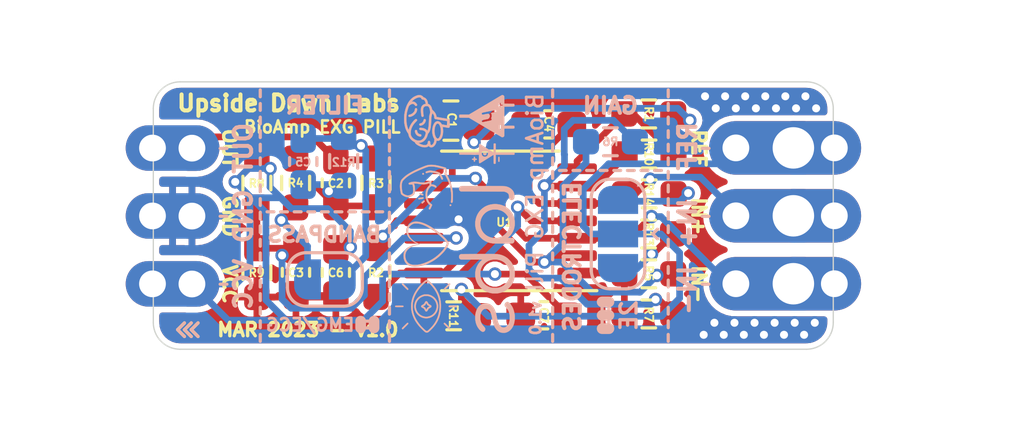
<source format=kicad_pcb>
(kicad_pcb (version 20211014) (generator pcbnew)
  (title_block (title "BioAmp EXG Pill") (date "2023-04-27") (rev "1.0") (company "Upside Down Labs") (comment 1 "Records EMG, ECG, EOG, and EEG") (comment 2 "5v compatible EXG Hardware") (comment 3 "Single chip Biopotential amplifier") (comment 4 "Quad-OpAmp based BioAmp"))
  (layers (0 "F.Cu" signal) (31 "B.Cu" signal) (34 "B.Paste" user) (35 "F.Paste" user) (36 "B.SilkS" user "B.Silkscreen") (37 "F.SilkS" user "F.Silkscreen") (38 "B.Mask" user) (39 "F.Mask" user) (44 "Edge.Cuts" user))
  (net 0 "")
  (net 1 "VCC")
  (net 2 "GND")
  (net 3 "bpfOUT")
  (net 4 "DRL")
  (net 5 "ampRef")
  (net 6 "inaOUT")
  (net 7 "IN+")
  (net 8 "IN-")
  (net 9 "Net-(JP1-Pad1)")
  (net 10 "bpfIN")
  (net 11 "Net-(JP2-Pad1)")
  (net 12 "Net-(C1-Pad2)")
  (net 13 "Net-(C3-Pad1)")
  (net 14 "Net-(JP2-Pad3)")
  (net 15 "Net-(R5-Pad1)")
  (net 16 "Net-(R2-Pad1)")
  (net 17 "Net-(R10-Pad2)")
  (footprint "Capacitor_SMD:C_0805_2012Metric_Pad1.18x1.45mm_HandSolder" (layer "F.Cu") (at 122.059 90.91)
    (fp_text reference "C1")
    (fp_text value "47uF")
  )
  (footprint "Capacitor_SMD:C_0603_1608Metric_Pad1.08x0.95mm_HandSolder" (layer "F.Cu") (at 117.759 93.24 -90)
    (fp_text reference "C2")
    (fp_text value "1nF")
  )
  (footprint "Capacitor_SMD:C_0603_1608Metric_Pad1.08x0.95mm_HandSolder" (layer "F.Cu") (at 116.2685 96.5835 -90)
    (fp_text reference "C3")
    (fp_text value "10uF")
  )
  (footprint "Connector_PinHeader_2.54mm:PinHeader_1x03_P2.54mm_Vertical" (layer "F.Cu") (at 132.7023 91.93)
    (fp_text reference "J2" hide)
    (fp_text value "BioAmp Input")
  )
  (footprint "Resistor_SMD:R_0603_1608Metric_Pad0.98x0.95mm_HandSolder" (layer "F.Cu") (at 119.259 96.59 -90)
    (fp_text reference "R2")
    (fp_text value "220K")
  )
  (footprint "Resistor_SMD:R_0603_1608Metric_Pad0.98x0.95mm_HandSolder" (layer "F.Cu") (at 129.449 96.64)
    (fp_text reference "R5")
    (fp_text value "22K")
  )
  (footprint "Resistor_SMD:R_0603_1608Metric_Pad0.98x0.95mm_HandSolder" (layer "F.Cu") (at 129.449 98.14 180)
    (fp_text reference "R7")
    (fp_text value "22K")
  )
  (footprint "Resistor_SMD:R_0603_1608Metric_Pad0.98x0.95mm_HandSolder" (layer "F.Cu") (at 129.459 92.16 180)
    (fp_text reference "R10")
    (fp_text value "220K")
  )
  (footprint "Resistor_SMD:R_0603_1608Metric_Pad0.98x0.95mm_HandSolder" (layer "F.Cu") (at 129.449 90.66 180)
    (fp_text reference "R1")
    (fp_text value "1K")
  )
  (footprint "Resistor_SMD:R_0603_1608Metric_Pad0.98x0.95mm_HandSolder" (layer "F.Cu") (at 119.259 93.24 -90)
    (fp_text reference "R3")
    (fp_text value "1M")
  )
  (footprint "Resistor_SMD:R_0603_1608Metric_Pad0.98x0.95mm_HandSolder" (layer "F.Cu") (at 114.808 93.2453 90)
    (fp_text reference "R8")
    (fp_text value "1M")
  )
  (footprint "Resistor_SMD:R_0603_1608Metric_Pad0.98x0.95mm_HandSolder" (layer "F.Cu") (at 114.808 96.5962 90)
    (fp_text reference "R9")
    (fp_text value "1M")
  )
  (footprint "Capacitor_SMD:C_0603_1608Metric_Pad1.08x0.95mm_HandSolder" (layer "F.Cu") (at 125.529 98.19)
    (fp_text reference "C7")
    (fp_text value "10uF")
  )
  (footprint "Capacitor_SMD:C_0603_1608Metric_Pad1.08x0.95mm_HandSolder" (layer "F.Cu") (at 117.759 96.59 90)
    (fp_text reference "C6")
    (fp_text value "100nF")
  )
  (footprint "Connector_PinHeader_2.54mm:PinHeader_1x03_P2.54mm_Vertical" (layer "F.Cu") (at 112.3828 91.94)
    (fp_text reference "J1" hide)
    (fp_text value "BioAmp Output")
  )
  (footprint "Resistor_SMD:R_0603_1608Metric_Pad0.98x0.95mm_HandSolder" (layer "F.Cu") (at 122.159 98.21 180)
    (fp_text reference "R11")
    (fp_text value "0R")
  )
  (footprint "Package_SO:TSSOP-14_4.4x5mm_P0.65mm" (layer "F.Cu") (at 123.909 94.66 180)
    (fp_text reference "U1")
    (fp_text value "Amp")
  )
  (footprint "Connector_PinHeader_2.54mm:PinHeader_1x03_P2.54mm_Vertical" (layer "F.Cu") (at 110.9091 91.9353)
    (fp_text reference "J1" hide)
    (fp_text value "BioAmp Output")
  )
  (footprint "Connector_PinHeader_2.54mm:PinHeader_1x03_P2.54mm_Vertical" (layer "F.Cu") (at 136.38 91.93)
    (fp_text reference "J2" hide)
    (fp_text value "BioAmp Input")
  )
  (footprint "Resistor_SMD:R_0603_1608Metric_Pad0.98x0.95mm_HandSolder" (layer "F.Cu") (at 129.4638 93.6498)
    (fp_text reference "R14")
    (fp_text value "1M")
  )
  (footprint "Resistor_SMD:R_0603_1608Metric_Pad0.98x0.95mm_HandSolder" (layer "F.Cu") (at 129.4403 95.1484 180)
    (fp_text reference "R13")
    (fp_text value "1M")
  )
  (footprint "Capacitor_SMD:C_0603_1608Metric_Pad1.08x0.95mm_HandSolder" (layer "F.Cu") (at 125.709 91.05 180)
    (fp_text reference "C4")
    (fp_text value "1nF")
  )
  (footprint "Connector_PinHeader_2.54mm:PinHeader_1x03_P2.54mm_Vertical" (layer "F.Cu") (at 134.85 91.93)
    (fp_text reference "J2" hide)
    (fp_text value "BioAmp Input")
  )
  (footprint "Resistor_SMD:R_0603_1608Metric_Pad0.98x0.95mm_HandSolder" (layer "F.Cu") (at 116.2558 93.2434 90)
    (fp_text reference "R4")
    (fp_text value "220K")
  )
  (footprint "Resistor_SMD:R_0603_1608Metric_Pad0.98x0.95mm_HandSolder" (layer "B.Cu") (at 128.016 91.7 180)
    (fp_text reference "R6")
    (fp_text value "RG")
  )
  (footprint "Jumper:SolderJumper-3_P1.3mm_Open_RoundedPad1.0x1.5mm" (layer "B.Cu") (at 128.3 95.15 90)
    (fp_text reference "JP2" hide)
    (fp_text value "SolderJumper_3_Open" hide)
  )
  (footprint "Capacitor_SMD:C_0603_1608Metric_Pad1.08x0.95mm_HandSolder" (layer "B.Cu") (at 116.54 92.44 -90)
    (fp_text reference "C5")
    (fp_text value "BPFC_C")
  )
  (footprint "Jumper:SolderJumper-2_P1.3mm_Open_RoundedPad1.0x1.5mm" (layer "B.Cu") (at 117.35 96.85)
    (fp_text reference "JP1" hide)
    (fp_text value "SolderJumper_2_Open" hide)
  )
  (footprint "Resistor_SMD:R_0603_1608Metric_Pad0.98x0.95mm_HandSolder" (layer "B.Cu") (at 118.05 92.4325 -90)
    (fp_text reference "R12")
    (fp_text value "BPFC_R")
  )
  (footprint "udlabs:EXG" (layer "B.Cu") (at 122.2 94.4 -90)
    (fp_text reference "U2" hide)
    (fp_text value "LOGO_UDLABS" hide)
  )
  (gr_line (start 112.1029 98.7298) (end 112.3569 98.4758) (layer "B.SilkS") (width 0.12))
  (gr_line (start 112.3569 98.9838) (end 112.1029 98.7298) (layer "B.SilkS") (width 0.12))
  (gr_line (start 111.8489 98.7298) (end 112.1029 98.4758) (layer "B.SilkS") (width 0.12))
  (gr_line (start 112.1029 98.9838) (end 111.8489 98.7298) (layer "B.SilkS") (width 0.12))
  (gr_line (start 112.6109 98.9838) (end 112.3569 98.7298) (layer "B.SilkS") (width 0.12))
  (gr_line (start 112.3569 98.7298) (end 112.6109 98.4758) (layer "B.SilkS") (width 0.12))
  (gr_line (start 114.935 89.7636) (end 114.935 90.0176) (layer "B.SilkS") (width 0.12))
  (gr_line (start 114.935 90.7796) (end 114.935 91.0336) (layer "B.SilkS") (width 0.12))
  (gr_line (start 114.935 90.2716) (end 114.935 90.5256) (layer "B.SilkS") (width 0.12))
  (gr_line (start 114.935 91.7956) (end 114.935 92.0496) (layer "B.SilkS") (width 0.12))
  (gr_line (start 114.935 91.2876) (end 114.935 91.5416) (layer "B.SilkS") (width 0.12))
  (gr_line (start 114.935 92.8116) (end 114.935 93.0656) (layer "B.SilkS") (width 0.12))
  (gr_line (start 114.935 92.3036) (end 114.935 92.5576) (layer "B.SilkS") (width 0.12))
  (gr_line (start 114.935 93.8276) (end 114.935 94.0816) (layer "B.SilkS") (width 0.12))
  (gr_line (start 114.935 95.8596) (end 114.935 96.1136) (layer "B.SilkS") (width 0.12))
  (gr_line (start 114.935 95.3516) (end 114.935 95.6056) (layer "B.SilkS") (width 0.12))
  (gr_line (start 114.935 96.8756) (end 114.935 97.1296) (layer "B.SilkS") (width 0.12))
  (gr_line (start 114.935 93.3196) (end 114.935 93.5736) (layer "B.SilkS") (width 0.12))
  (gr_line (start 114.935 96.3676) (end 114.935 96.6216) (layer "B.SilkS") (width 0.12))
  (gr_line (start 114.935 94.8436) (end 114.935 95.0976) (layer "B.SilkS") (width 0.12))
  (gr_line (start 114.935 94.3356) (end 114.935 94.5896) (layer "B.SilkS") (width 0.12))
  (gr_line (start 114.935 97.3836) (end 114.935 97.6376) (layer "B.SilkS") (width 0.12))
  (gr_line (start 114.935 98.3996) (end 114.935 98.6536) (layer "B.SilkS") (width 0.12))
  (gr_line (start 114.935 98.9076) (end 114.935 99.1616) (layer "B.SilkS") (width 0.12))
  (gr_line (start 114.935 97.8916) (end 114.935 98.1456) (layer "B.SilkS") (width 0.12))
  (gr_line (start 113.4364 97.028) (end 113.6904 97.028) (layer "B.SilkS") (width 0.12))
  (gr_line (start 113.4364 94.488) (end 113.6904 94.488) (layer "B.SilkS") (width 0.12))
  (gr_line (start 113.4364 91.948) (end 113.6904 91.948) (layer "B.SilkS") (width 0.12))
  (gr_line (start 131.445 97.028) (end 131.699 97.028) (layer "B.SilkS") (width 0.12))
  (gr_line (start 131.445 94.488) (end 131.699 94.488) (layer "B.SilkS") (width 0.12))
  (gr_line (start 131.445 91.948) (end 131.699 91.948) (layer "B.SilkS") (width 0.12))
  (gr_line (start 130.175 89.7636) (end 130.175 90.0176) (layer "B.SilkS") (width 0.12))
  (gr_line (start 130.175 97.3836) (end 130.175 97.6376) (layer "B.SilkS") (width 0.12))
  (gr_line (start 130.175 91.7956) (end 130.175 92.0496) (layer "B.SilkS") (width 0.12))
  (gr_line (start 130.175 93.3196) (end 130.175 93.5736) (layer "B.SilkS") (width 0.12))
  (gr_line (start 130.175 91.2876) (end 130.175 91.5416) (layer "B.SilkS") (width 0.12))
  (gr_line (start 130.175 98.9076) (end 130.175 99.1616) (layer "B.SilkS") (width 0.12))
  (gr_line (start 130.175 92.8116) (end 130.175 93.0656) (layer "B.SilkS") (width 0.12))
  (gr_line (start 130.175 94.8436) (end 130.175 95.0976) (layer "B.SilkS") (width 0.12))
  (gr_line (start 130.175 96.8756) (end 130.175 97.1296) (layer "B.SilkS") (width 0.12))
  (gr_line (start 130.175 95.8596) (end 130.175 96.1136) (layer "B.SilkS") (width 0.12))
  (gr_line (start 130.175 98.3996) (end 130.175 98.6536) (layer "B.SilkS") (width 0.12))
  (gr_line (start 130.175 93.8276) (end 130.175 94.0816) (layer "B.SilkS") (width 0.12))
  (gr_line (start 130.175 96.3676) (end 130.175 96.6216) (layer "B.SilkS") (width 0.12))
  (gr_line (start 130.175 92.3036) (end 130.175 92.5576) (layer "B.SilkS") (width 0.12))
  (gr_line (start 130.175 97.8916) (end 130.175 98.1456) (layer "B.SilkS") (width 0.12))
  (gr_line (start 130.175 90.7796) (end 130.175 91.0336) (layer "B.SilkS") (width 0.12))
  (gr_line (start 130.175 90.2716) (end 130.175 90.5256) (layer "B.SilkS") (width 0.12))
  (gr_line (start 130.175 94.3356) (end 130.175 94.5896) (layer "B.SilkS") (width 0.12))
  (gr_line (start 130.175 95.3516) (end 130.175 95.6056) (layer "B.SilkS") (width 0.12))
  (gr_line (start 119.761 89.7636) (end 119.761 90.0176) (layer "B.SilkS") (width 0.12))
  (gr_line (start 119.761 97.3836) (end 119.761 97.6376) (layer "B.SilkS") (width 0.12))
  (gr_line (start 119.761 91.7956) (end 119.761 92.0496) (layer "B.SilkS") (width 0.12))
  (gr_line (start 119.761 93.3196) (end 119.761 93.5736) (layer "B.SilkS") (width 0.12))
  (gr_line (start 119.761 91.2876) (end 119.761 91.5416) (layer "B.SilkS") (width 0.12))
  (gr_line (start 119.761 98.9076) (end 119.761 99.1616) (layer "B.SilkS") (width 0.12))
  (gr_line (start 119.761 92.8116) (end 119.761 93.0656) (layer "B.SilkS") (width 0.12))
  (gr_line (start 119.761 94.8436) (end 119.761 95.0976) (layer "B.SilkS") (width 0.12))
  (gr_line (start 119.761 96.8756) (end 119.761 97.1296) (layer "B.SilkS") (width 0.12))
  (gr_line (start 119.761 95.8596) (end 119.761 96.1136) (layer "B.SilkS") (width 0.12))
  (gr_line (start 119.761 98.3996) (end 119.761 98.6536) (layer "B.SilkS") (width 0.12))
  (gr_line (start 119.761 93.8276) (end 119.761 94.0816) (layer "B.SilkS") (width 0.12))
  (gr_line (start 119.761 96.3676) (end 119.761 96.6216) (layer "B.SilkS") (width 0.12))
  (gr_line (start 119.761 92.3036) (end 119.761 92.5576) (layer "B.SilkS") (width 0.12))
  (gr_line (start 119.761 97.8916) (end 119.761 98.1456) (layer "B.SilkS") (width 0.12))
  (gr_line (start 119.761 90.7796) (end 119.761 91.0336) (layer "B.SilkS") (width 0.12))
  (gr_line (start 119.761 90.2716) (end 119.761 90.5256) (layer "B.SilkS") (width 0.12))
  (gr_line (start 119.761 94.3356) (end 119.761 94.5896) (layer "B.SilkS") (width 0.12))
  (gr_line (start 119.761 95.3516) (end 119.761 95.6056) (layer "B.SilkS") (width 0.12))
  (gr_line (start 125.857 89.7636) (end 125.857 90.0176) (layer "B.SilkS") (width 0.12))
  (gr_line (start 125.857 97.3836) (end 125.857 97.6376) (layer "B.SilkS") (width 0.12))
  (gr_line (start 125.857 91.7956) (end 125.857 92.0496) (layer "B.SilkS") (width 0.12))
  (gr_line (start 125.857 93.3196) (end 125.857 93.5736) (layer "B.SilkS") (width 0.12))
  (gr_line (start 125.857 91.2876) (end 125.857 91.5416) (layer "B.SilkS") (width 0.12))
  (gr_line (start 125.857 98.9076) (end 125.857 99.1616) (layer "B.SilkS") (width 0.12))
  (gr_line (start 125.857 92.8116) (end 125.857 93.0656) (layer "B.SilkS") (width 0.12))
  (gr_line (start 125.857 94.8436) (end 125.857 95.0976) (layer "B.SilkS") (width 0.12))
  (gr_line (start 125.857 96.8756) (end 125.857 97.1296) (layer "B.SilkS") (width 0.12))
  (gr_line (start 125.857 95.8596) (end 125.857 96.1136) (layer "B.SilkS") (width 0.12))
  (gr_line (start 125.857 98.3996) (end 125.857 98.6536) (layer "B.SilkS") (width 0.12))
  (gr_line (start 125.857 93.8276) (end 125.857 94.0816) (layer "B.SilkS") (width 0.12))
  (gr_line (start 125.857 96.3676) (end 125.857 96.6216) (layer "B.SilkS") (width 0.12))
  (gr_line (start 125.857 92.3036) (end 125.857 92.5576) (layer "B.SilkS") (width 0.12))
  (gr_line (start 125.857 97.8916) (end 125.857 98.1456) (layer "B.SilkS") (width 0.12))
  (gr_line (start 125.857 90.7796) (end 125.857 91.0336) (layer "B.SilkS") (width 0.12))
  (gr_line (start 125.857 90.2716) (end 125.857 90.5256) (layer "B.SilkS") (width 0.12))
  (gr_line (start 125.857 94.3356) (end 125.857 94.5896) (layer "B.SilkS") (width 0.12))
  (gr_line (start 125.857 95.3516) (end 125.857 95.6056) (layer "B.SilkS") (width 0.12))
  (gr_line (start 118.6851 98.6637) (end 118.6851 98.4097) (layer "B.SilkS") (width 0.4))
  (gr_line (start 115.189 94.3205) (end 115.443 94.3205) (layer "B.SilkS") (width 0.12))
  (gr_line (start 118.237 94.3205) (end 118.491 94.3205) (layer "B.SilkS") (width 0.12))
  (gr_line (start 116.713 94.3205) (end 116.967 94.3205) (layer "B.SilkS") (width 0.12))
  (gr_line (start 117.729 94.3205) (end 117.983 94.3205) (layer "B.SilkS") (width 0.12))
  (gr_line (start 119.253 94.3205) (end 119.507 94.3205) (layer "B.SilkS") (width 0.12))
  (gr_line (start 118.745 94.3205) (end 118.999 94.3205) (layer "B.SilkS") (width 0.12))
  (gr_line (start 117.221 94.3205) (end 117.475 94.3205) (layer "B.SilkS") (width 0.12))
  (gr_line (start 115.697 94.3205) (end 115.951 94.3205) (layer "B.SilkS") (width 0.12))
  (gr_line (start 116.205 94.3205) (end 116.459 94.3205) (layer "B.SilkS") (width 0.12))
  (gr_line (start 128.143 92.7735) (end 128.397 92.7735) (layer "B.SilkS") (width 0.12))
  (gr_line (start 127.127 92.7735) (end 127.381 92.7735) (layer "B.SilkS") (width 0.12))
  (gr_line (start 126.619 92.7735) (end 126.873 92.7735) (layer "B.SilkS") (width 0.12))
  (gr_line (start 129.667 92.7735) (end 129.921 92.7735) (layer "B.SilkS") (width 0.12))
  (gr_line (start 127.635 92.7735) (end 127.889 92.7735) (layer "B.SilkS") (width 0.12))
  (gr_line (start 128.651 92.7735) (end 128.905 92.7735) (layer "B.SilkS") (width 0.12))
  (gr_line (start 129.159 92.7735) (end 129.413 92.7735) (layer "B.SilkS") (width 0.12))
  (gr_line (start 126.111 92.7735) (end 126.365 92.7735) (layer "B.SilkS") (width 0.12))
  (gr_line (start 127.706 97.69) (end 127.96 97.69) (layer "B.SilkS") (width 0.4))
  (gr_line (start 127.706 98.19) (end 127.96 98.19) (layer "B.SilkS") (width 0.4))
  (gr_line (start 127.706 98.69) (end 127.96 98.69) (layer "B.SilkS") (width 0.4))
  (gr_line (start 127.706 97.69) (end 127.706 98.19) (layer "B.SilkS") (width 0.12))
  (gr_line (start 127.706 98.19) (end 127.706 98.69) (layer "B.SilkS") (width 0.12))
  (gr_line (start 127.96 97.69) (end 127.96 98.19) (layer "B.SilkS") (width 0.12))
  (gr_line (start 127.96 98.19) (end 127.96 98.69) (layer "B.SilkS") (width 0.12))
  (gr_line (start 119.1851 98.6637) (end 119.1851 98.4097) (layer "B.SilkS") (width 0.4))
  (gr_line (start 118.6851 98.6637) (end 119.1851 98.6637) (layer "B.SilkS") (width 0.12))
  (gr_line (start 119.1851 98.4097) (end 118.6851 98.4097) (layer "B.SilkS") (width 0.12))
  (gr_line (start 129.596 95.15) (end 129.775605 94.970395) (layer "B.SilkS") (width 0.12))
  (gr_line (start 129.775605 95.329605) (end 129.596 95.15) (layer "B.SilkS") (width 0.12))
  (gr_line (start 112.1029 98.7298) (end 112.3569 98.9838) (layer "F.SilkS") (width 0.12))
  (gr_line (start 111.8489 98.7298) (end 112.1029 98.9838) (layer "F.SilkS") (width 0.12))
  (gr_line (start 112.3569 98.7298) (end 112.6109 98.9838) (layer "F.SilkS") (width 0.12))
  (gr_line (start 112.1029 98.4758) (end 111.8489 98.7298) (layer "F.SilkS") (width 0.12))
  (gr_line (start 112.3569 98.4758) (end 112.1029 98.7298) (layer "F.SilkS") (width 0.12))
  (gr_line (start 112.6109 98.4758) (end 112.3569 98.7298) (layer "F.SilkS") (width 0.12))
  (gr_arc (start 136.34 98.46) (mid 136.047107 99.167107) (end 135.34 99.46) (layer "Edge.Cuts") (width 0.05))
  (gr_arc (start 135.34 89.46) (mid 136.047107 89.752893) (end 136.34 90.46) (layer "Edge.Cuts") (width 0.05))
  (gr_arc (start 111.94 99.46) (mid 111.232893 99.167107) (end 110.94 98.46) (layer "Edge.Cuts") (width 0.05))
  (gr_line (start 136.34 90.46) (end 136.34 98.46) (layer "Edge.Cuts") (width 0.05))
  (gr_line (start 110.94 98.46) (end 110.94 90.46) (layer "Edge.Cuts") (width 0.05))
  (gr_line (start 111.94 99.46) (end 135.34 99.46) (layer "Edge.Cuts") (width 0.05))
  (gr_line (start 111.94 89.46) (end 135.34 89.46) (layer "Edge.Cuts") (width 0.05))
  (gr_arc (start 110.94 90.46) (mid 111.232893 89.752893) (end 111.94 89.46) (layer "Edge.Cuts") (width 0.05))
  (gr_text "v1.0" (at 125.222 98.298 90) (layer "B.SilkS") (effects (font (size 0.4 0.4) (thickness 0.1)) (justify mirror)))
  (gr_text "IN+" (at 130.8989 94.742 90) (layer "B.SilkS") (effects (font (size 0.65 0.65)) (justify mirror)))
  (gr_text "IN-" (at 130.8989 97.2566 90) (layer "B.SilkS") (effects (font (size 0.65 0.65)) (justify mirror)))
  (gr_text "OUT" (at 114.3 91.948 90) (layer "B.SilkS") (effects (font (size 0.65 0.65)) (justify mirror)))
  (gr_text "GND" (at 114.3 94.488 90) (layer "B.SilkS") (effects (font (size 0.65 0.65)) (justify mirror)))
  (gr_text "VCC" (at 114.3 97.028 90) (layer "B.SilkS") (effects (font (size 0.65 0.65)) (justify mirror)))
  (gr_text "FILTER" (at 117.348 90.3446) (layer "B.SilkS") (effects (font (size 0.6 0.6)) (justify mirror)))
  (gr_text "GAIN" (at 128.016 90.35) (layer "B.SilkS") (effects (font (size 0.6 0.6)) (justify mirror)))
  (gr_text "BANDPASS" (at 117.325 95.17) (layer "B.SilkS") (effects (font (size 0.55 0.55) (thickness 0.1375)) (justify mirror)))
  (gr_text "EMG/ECG" (at 116.8 98.55) (layer "B.SilkS") (effects (font (size 0.47 0.47) (thickness 0.1)) (justify mirror)))
  (gr_text "2E" (at 128.7 98.2 90) (layer "B.SilkS") (effects (font (size 0.6 0.6) (thickness 0.125)) (justify mirror)))
  (gr_text "ELECTRODES" (at 126.6 96 90) (layer "B.SilkS") (effects (font (size 0.6 0.6)) (justify mirror)))
  (gr_text "BioAmp EXG Pill" (at 125.1966 93.599 90) (layer "B.SilkS") (effects (font (size 0.6 0.6) (thickness 0.1)) (justify mirror)))
  (gr_text "REF" (at 130.8989 91.8845 90) (layer "B.SilkS") (effects (font (size 0.65 0.65)) (justify mirror)))
  (gr_text "OUT" (at 113.792 91.948 -90) (layer "F.SilkS") (effects (font (size 0.5 0.5) (thickness 0.125))))
  (gr_text "GND" (at 113.792 94.488 -90) (layer "F.SilkS") (effects (font (size 0.5 0.5) (thickness 0.125))))
  (gr_text "VCC" (at 113.792 97.028 -90) (layer "F.SilkS") (effects (font (size 0.5 0.5) (thickness 0.125))))
  (gr_text "IN-" (at 131.318 97.028 270) (layer "F.SilkS") (effects (font (size 0.5 0.5) (thickness 0.125))))
  (gr_text "IN+" (at 131.318 94.488 270) (layer "F.SilkS") (effects (font (size 0.5 0.5) (thickness 0.125))))
  (gr_text "REF" (at 131.318 91.948 270) (layer "F.SilkS") (effects (font (size 0.5 0.5) (thickness 0.125))))
  (gr_text "MAR 2023 - v1.0" (at 116.713 98.7298) (layer "F.SilkS") (effects (font (size 0.5 0.5) (thickness 0.125))))
  (gr_text "Upside Down Labs" (at 115.9955 90.26) (layer "F.SilkS") (effects (font (size 0.6 0.6))))
  (gr_text "BioAmp EXG PILL" (at 117.25 91.15) (layer "F.SilkS") (effects (font (size 0.45 0.45) (thickness 0.1))))
  (segment (start 118.3 95.65) (end 117.8365 95.65) (width 0.25) (layer "F.Cu") (net 1))
  (segment (start 114.808 92.392) (end 114 93.2) (width 0.25) (layer "F.Cu") (net 1))
  (segment (start 126.3915 98.19) (end 124.8515 96.65) (width 0.25) (layer "F.Cu") (net 1))
  (segment (start 114.9328 92.3328) (end 115.3 92.7) (width 0.25) (layer "F.Cu") (net 1))
  (segment (start 114.808 92.3328) (end 114.9328 92.3328) (width 0.25) (layer "F.Cu") (net 1))
  (segment (start 126.7715 94.66) (end 125.06 94.66) (width 0.25) (layer "F.Cu") (net 1))
  (segment (start 124.8515 96.65) (end 123.7 96.65) (width 0.25) (layer "F.Cu") (net 1))
  (segment (start 125.06 94.66) (end 124.55 94.15) (width 0.25) (layer "F.Cu") (net 1))
  (segment (start 114.808 92.3328) (end 114.808 92.392) (width 0.25) (layer "F.Cu") (net 1))
  (segment (start 117.8365 95.65) (end 117.759 95.7275) (width 0.25) (layer "F.Cu") (net 1))
  (via (at 123.7 96.65) (size 0.5) (drill 0.3) (layers "F.Cu" "B.Cu") (net 1))
  (via (at 115.3 92.7) (size 0.5) (drill 0.3) (layers "F.Cu" "B.Cu") (net 1))
  (via (at 118.3 95.65) (size 0.5) (drill 0.3) (layers "F.Cu" "B.Cu") (net 1))
  (via (at 124.55 94.15) (size 0.5) (drill 0.3) (layers "F.Cu" "B.Cu") (net 1))
  (via (at 114 93.2) (size 0.5) (drill 0.3) (layers "F.Cu" "B.Cu") (net 1))
  (segment (start 115.14812 94.34812) (end 114.59551 93.79551) (width 0.25) (layer "B.Cu") (net 1))
  (segment (start 118.3 95.05) (end 118.3 95.65) (width 0.25) (layer "B.Cu") (net 1))
  (segment (start 123.7 96.65) (end 122.75 96.65) (width 0.25) (layer "B.Cu") (net 1))
  (segment (start 114.55 93.75) (end 114 93.2) (width 0.25) (layer "B.Cu") (net 1))
  (segment (start 117.45 94.2) (end 118.3 95.05) (width 0.25) (layer "B.Cu") (net 1))
  (segment (start 115.7 93.79551) (end 115.902245 93.997755) (width 0.25) (layer "B.Cu") (net 1))
  (segment (start 114.5 92.7) (end 114 93.2) (width 0.25) (layer "B.Cu") (net 1))
  (segment (start 115.901019 98.375019) (end 115.14812 97.62212) (width 0.25) (layer "B.Cu") (net 1))
  (segment (start 114.03 97.02) (end 114.55 96.5) (width 0.25) (layer "B.Cu") (net 1))
  (segment (start 118.794981 98.375019) (end 116.175271 98.375019) (width 0.25) (layer "B.Cu") (net 1))
  (segment (start 113.737819 98.375019) (end 112.3828 97.02) (width 0.25) (layer "B.Cu") (net 1))
  (segment (start 115.3 92.7) (end 115.3 93.39551) (width 0.25) (layer "B.Cu") (net 1))
  (segment (start 119.6 96.65) (end 119.507 96.743) (width 0.25) (layer "B.Cu") (net 1))
  (segment (start 115.3 93.39551) (end 115.902245 93.997755) (width 0.25) (layer "B.Cu") (net 1))
  (segment (start 119.507 97.663) (end 118.794981 98.375019) (width 0.25) (layer "B.Cu") (net 1))
  (segment (start 115.902245 93.997755) (end 116.10449 94.2) (width 0.25) (layer "B.Cu") (net 1))
  (segment (start 124.55 94.15) (end 124.55 94.85) (width 0.25) (layer "B.Cu") (net 1))
  (segment (start 115.7 93.79551) (end 114.59551 93.79551) (width 0.25) (layer "B.Cu") (net 1))
  (segment (start 114.55 96.5) (end 114.55 93.75) (width 0.25) (layer "B.Cu") (net 1))
  (segment (start 112.3828 97.02) (end 114.03 97.02) (width 0.25) (layer "B.Cu") (net 1))
  (segment (start 116.175271 98.375019) (end 115.901019 98.375019) (width 0.25) (layer "B.Cu") (net 1))
  (segment (start 115.3 92.7) (end 114.5 92.7) (width 0.25) (layer "B.Cu") (net 1))
  (segment (start 116.175271 98.375019) (end 113.737819 98.375019) (width 0.25) (layer "B.Cu") (net 1))
  (segment (start 115.14812 97.62212) (end 115.14812 94.34812) (width 0.25) (layer "B.Cu") (net 1))
  (segment (start 116.10449 94.2) (end 117.45 94.2) (width 0.25) (layer "B.Cu") (net 1))
  (segment (start 124.55 94.85) (end 122.75 96.65) (width 0.25) (layer "B.Cu") (net 1))
  (segment (start 119.507 96.743) (end 119.507 97.663) (width 0.25) (layer "B.Cu") (net 1))
  (segment (start 122.75 96.65) (end 119.6 96.65) (width 0.25) (layer "B.Cu") (net 1))
  (segment (start 114.59551 93.79551) (end 114 93.2) (width 0.25) (layer "B.Cu") (net 1))
  (segment (start 114.808 97.5087) (end 117.7028 97.5087) (width 0.25) (layer "F.Cu") (net 2))
  (segment (start 122.285461 94.66) (end 122.343575 94.601886) (width 0.25) (layer "F.Cu") (net 2))
  (segment (start 117.7028 97.5087) (end 117.759 97.4525) (width 0.25) (layer "F.Cu") (net 2))
  (segment (start 121.0465 94.66) (end 122.285461 94.66) (width 0.25) (layer "F.Cu") (net 2))
  (via (at 131.95 90.45) (size 0.5) (drill 0.3) (layers "F.Cu" "B.Cu") (net 2))
  (via (at 132.7 90.45) (size 0.5) (drill 0.3) (layers "F.Cu" "B.Cu") (net 2))
  (via (at 133.45 90.45) (size 0.5) (drill 0.3) (layers "F.Cu" "B.Cu") (net 2))
  (via (at 134.2 90.45) (size 0.5) (drill 0.3) (layers "F.Cu" "B.Cu") (net 2))
  (via (at 134.95 90.45) (size 0.5) (drill 0.3) (layers "F.Cu" "B.Cu") (net 2))
  (via (at 135.7 90.45) (size 0.5) (drill 0.3) (layers "F.Cu" "B.Cu") (net 2))
  (via (at 132.3 90) (size 0.5) (drill 0.3) (layers "F.Cu" "B.Cu") (net 2))
  (via (at 135.3 90) (size 0.5) (drill 0.3) (layers "F.Cu" "B.Cu") (net 2))
  (via (at 134.55 90) (size 0.5) (drill 0.3) (layers "F.Cu" "B.Cu") (net 2))
  (via (at 131.55 90) (size 0.5) (drill 0.3) (layers "F.Cu" "B.Cu") (net 2))
  (via (at 133.05 90) (size 0.5) (drill 0.3) (layers "F.Cu" "B.Cu") (net 2))
  (via (at 133.8 90) (size 0.5) (drill 0.3) (layers "F.Cu" "B.Cu") (net 2))
  (via (at 135.25 98.92) (size 0.5) (drill 0.3) (layers "F.Cu" "B.Cu") (net 2))
  (via (at 133 98.92) (size 0.5) (drill 0.3) (layers "F.Cu" "B.Cu") (net 2))
  (via (at 132.65 98.47) (size 0.5) (drill 0.3) (layers "F.Cu" "B.Cu") (net 2))
  (via (at 135.65 98.47) (size 0.5) (drill 0.3) (layers "F.Cu" "B.Cu") (net 2))
  (via (at 132.25 98.92) (size 0.5) (drill 0.3) (layers "F.Cu" "B.Cu") (net 2))
  (via (at 134.9 98.47) (size 0.5) (drill 0.3) (layers "F.Cu" "B.Cu") (net 2))
  (via (at 131.5 98.92) (size 0.5) (drill 0.3) (layers "F.Cu" "B.Cu") (net 2))
  (via (at 131.9 98.47) (size 0.5) (drill 0.3) (layers "F.Cu" "B.Cu") (net 2))
  (via (at 133.4 98.47) (size 0.5) (drill 0.3) (layers "F.Cu" "B.Cu") (net 2))
  (via (at 134.5 98.92) (size 0.5) (drill 0.3) (layers "F.Cu" "B.Cu") (net 2))
  (via (at 134.15 98.47) (size 0.5) (drill 0.3) (layers "F.Cu" "B.Cu") (net 2))
  (via (at 133.75 98.92) (size 0.5) (drill 0.3) (layers "F.Cu" "B.Cu") (net 2))
  (via (at 122.343575 94.601886) (size 0.5) (drill 0.3) (layers "F.Cu" "B.Cu") (net 2))
  (segment (start 111.32601 91.51839) (end 111.29001 91.55439) (width 0.25) (layer "F.Cu") (net 3))
  (segment (start 116.89989 91.51839) (end 111.32601 91.51839) (width 0.25) (layer "F.Cu") (net 3))
  (segment (start 119.259 92.3275) (end 120.664 92.3275) (width 0.25) (layer "F.Cu") (net 3))
  (segment (start 118.7 91.85) (end 118.7815 91.85) (width 0.25) (layer "F.Cu") (net 3))
  (segment (start 119.209 92.3775) (end 119.259 92.3275) (width 0.25) (layer "F.Cu") (net 3))
  (segment (start 120.664 92.3275) (end 121.0465 92.71) (width 0.25) (layer "F.Cu") (net 3))
  (segment (start 117.759 92.3775) (end 119.209 92.3775) (width 0.25) (layer "F.Cu") (net 3))
  (segment (start 118.7815 91.85) (end 119.259 92.3275) (width 0.25) (layer "F.Cu") (net 3))
  (segment (start 117.759 92.3775) (end 116.89989 91.51839) (width 0.25) (layer "F.Cu") (net 3))
  (via (at 118.7 91.85) (size 0.5) (drill 0.3) (layers "F.Cu" "B.Cu") (net 3))
  (segment (start 118.875001 92.025001) (end 118.7 91.85) (width 0.25) (layer "B.Cu") (net 3))
  (segment (start 117.9925 91.5775) (end 118.05 91.52) (width 0.25) (layer "B.Cu") (net 3))
  (segment (start 118.875001 95.974999) (end 118.875001 92.025001) (width 0.25) (layer "B.Cu") (net 3))
  (segment (start 118 96.85) (end 118.875001 95.974999) (width 0.25) (layer "B.Cu") (net 3))
  (segment (start 118.38 91.85) (end 118.05 91.52) (width 0.25) (layer "B.Cu") (net 3))
  (segment (start 116.54 91.5775) (end 117.9925 91.5775) (width 0.25) (layer "B.Cu") (net 3))
  (segment (start 118.7 91.85) (end 118.38 91.85) (width 0.25) (layer "B.Cu") (net 3))
  (segment (start 122.45 97.5885) (end 123.0715 98.21) (width 0.25) (layer "F.Cu") (net 4))
  (segment (start 122.45 97.225) (end 122.45 97.5885) (width 0.25) (layer "F.Cu") (net 4))
  (via (at 122.45 97.225) (size 0.5) (drill 0.3) (layers "F.Cu" "B.Cu") (net 4))
  (segment (start 127 94.85) (end 127 93.472) (width 0.25) (layer "B.Cu") (net 4))
  (segment (start 129.9 95.15) (end 130.6 95.85) (width 0.25) (layer "B.Cu") (net 4))
  (segment (start 128.3 95.15) (end 129.9 95.15) (width 0.25) (layer "B.Cu") (net 4))
  (segment (start 127.3 95.15) (end 127 94.85) (width 0.25) (layer "B.Cu") (net 4))
  (segment (start 128.3 95.15) (end 127.3 95.15) (width 0.25) (layer "B.Cu") (net 4))
  (segment (start 130.6 97.551002) (end 129.925973 98.225029) (width 0.25) (layer "B.Cu") (net 4))
  (segment (start 132.1073 92.525) (end 132.7023 91.93) (width 0.25) (layer "B.Cu") (net 4))
  (segment (start 127.947 92.525) (end 132.1073 92.525) (width 0.25) (layer "B.Cu") (net 4))
  (segment (start 123.450029 98.225029) (end 122.45 97.225) (width 0.25) (layer "B.Cu") (net 4))
  (segment (start 130.6 95.85) (end 130.6 97.551002) (width 0.25) (layer "B.Cu") (net 4))
  (segment (start 127 93.472) (end 127.947 92.525) (width 0.25) (layer "B.Cu") (net 4))
  (segment (start 129.925973 98.225029) (end 123.450029 98.225029) (width 0.25) (layer "B.Cu") (net 4))
  (segment (start 121.0465 98.01) (end 121.2465 98.21) (width 0.25) (layer "F.Cu") (net 5))
  (segment (start 121.0465 96.61) (end 121.791002 96.61) (width 0.25) (layer "F.Cu") (net 5))
  (segment (start 121.791002 96.61) (end 122.441002 95.96) (width 0.25) (layer "F.Cu") (net 5))
  (segment (start 122.441002 95.96) (end 121.0465 95.96) (width 0.25) (layer "F.Cu") (net 5))
  (segment (start 122.708081 94.01) (end 123.064222 94.366141) (width 0.25) (layer "F.Cu") (net 5))
  (segment (start 123.064222 95.33678) (end 122.441002 95.96) (width 0.25) (layer "F.Cu") (net 5))
  (segment (start 123.064222 94.366141) (end 123.064222 95.33678) (width 0.25) (layer "F.Cu") (net 5))
  (segment (start 121.0465 96.61) (end 120.1515 96.61) (width 0.25) (layer "F.Cu") (net 5))
  (segment (start 121.0465 96.61) (end 121.0465 98.01) (width 0.25) (layer "F.Cu") (net 5))
  (segment (start 120.1515 96.61) (end 119.259 97.5025) (width 0.25) (layer "F.Cu") (net 5))
  (segment (start 121.0465 94.01) (end 122.708081 94.01) (width 0.25) (layer "F.Cu") (net 5))
  (segment (start 126.7715 92.425) (end 128.5365 90.66) (width 0.25) (layer "F.Cu") (net 6))
  (segment (start 128.8715 90.66) (end 130.3715 92.16) (width 0.25) (layer "F.Cu") (net 6))
  (segment (start 126.7715 92.71) (end 126.7715 92.425) (width 0.25) (layer "F.Cu") (net 6))
  (segment (start 128.5365 90.66) (end 128.8715 90.66) (width 0.25) (layer "F.Cu") (net 6))
  (segment (start 128.5513 93.6498) (end 128.9502 93.6498) (width 0.25) (layer "F.Cu") (net 7))
  (segment (start 126.7715 94.01) (end 128.1911 94.01) (width 0.25) (layer "F.Cu") (net 7))
  (segment (start 125.358998 94.01) (end 126.7715 94.01) (width 0.25) (layer "F.Cu") (net 7))
  (segment (start 124.974999 92.646501) (end 124.974999 93.626001) (width 0.25) (layer "F.Cu") (net 7))
  (segment (start 124.974999 93.626001) (end 125.358998 94.01) (width 0.25) (layer "F.Cu") (net 7))
  (segment (start 128.9502 93.6498) (end 129.5 93.1) (width 0.25) (layer "F.Cu") (net 7))
  (segment (start 128.1911 94.01) (end 128.5513 93.6498) (width 0.25) (layer "F.Cu") (net 7))
  (segment (start 126.5715 91.05) (end 124.974999 92.646501) (width 0.25) (layer "F.Cu") (net 7))
  (via (at 129.5 93.1) (size 0.5) (drill 0.3) (layers "F.Cu" "B.Cu") (net 7))
  (segment (start 129.5 93.1) (end 129.575001 93.024999) (width 0.25) (layer "B.Cu") (net 7))
  (segment (start 132.7023 94.351298) (end 132.7023 94.47) (width 0.25) (layer "B.Cu") (net 7))
  (segment (start 132.7023 94.301298) (end 132.7023 94.47) (width 0.25) (layer "B.Cu") (net 7))
  (segment (start 129.575001 93.024999) (end 131.376001 93.024999) (width 0.25) (layer "B.Cu") (net 7))
  (segment (start 131.376001 93.024999) (end 132.7023 94.351298) (width 0.25) (layer "B.Cu") (net 7))
  (segment (start 123.974999 91.921501) (end 124.8465 91.05) (width 0.25) (layer "F.Cu") (net 8))
  (segment (start 126.7715 95.31) (end 128.3662 95.31) (width 0.25) (layer "F.Cu") (net 8))
  (segment (start 126.7715 95.31) (end 124.858998 95.31) (width 0.25) (layer "F.Cu") (net 8))
  (segment (start 128.5278 95.1484) (end 128.9016 95.1484) (width 0.25) (layer "F.Cu") (net 8))
  (segment (start 128.9016 95.1484) (end 129.6 94.45) (width 0.25) (layer "F.Cu") (net 8))
  (segment (start 123.974999 94.426001) (end 123.974999 91.921501) (width 0.25) (layer "F.Cu") (net 8))
  (segment (start 128.3662 95.31) (end 128.5278 95.1484) (width 0.25) (layer "F.Cu") (net 8))
  (segment (start 124.858998 95.31) (end 123.974999 94.426001) (width 0.25) (layer "F.Cu") (net 8))
  (via (at 129.55 94.5) (size 0.5) (drill 0.3) (layers "F.Cu" "B.Cu") (net 8))
  (segment (start 129.55 94.5) (end 129.903553 94.5) (width 0.25) (layer "B.Cu") (net 8))
  (segment (start 132.413553 97.01) (end 132.7023 97.01) (width 0.25) (layer "B.Cu") (net 8))
  (segment (start 129.903553 94.5) (end 132.413553 97.01) (width 0.25) (layer "B.Cu") (net 8))
  (segment (start 115.73137 94.63033) (end 116.2558 94.1059) (width 0.25) (layer "F.Cu") (net 9))
  (segment (start 115.723121 94.63033) (end 115.73137 94.63033) (width 0.25) (layer "F.Cu") (net 9))
  (via (at 115.723121 94.63033) (size 0.5) (drill 0.3) (layers "F.Cu" "B.Cu") (net 9))
  (segment (start 116.7 95.607209) (end 115.723121 94.63033) (width 0.25) (layer "B.Cu") (net 9))
  (segment (start 116.7 96.85) (end 116.7 95.607209) (width 0.25) (layer "B.Cu") (net 9))
  (segment (start 117.759 94.1025) (end 119.209 94.1025) (width 0.25) (layer "F.Cu") (net 10))
  (segment (start 119.209 94.1025) (end 119.259 94.1525) (width 0.25) (layer "F.Cu") (net 10))
  (segment (start 121.0215 90.91) (end 122.10901 91.99751) (width 0.25) (layer "F.Cu") (net 10))
  (segment (start 121.735058 93.36) (end 121.0465 93.36) (width 0.25) (layer "F.Cu") (net 10))
  (segment (start 122.10901 91.99751) (end 122.10901 92.986048) (width 0.25) (layer "F.Cu") (net 10))
  (segment (start 122.10901 92.986048) (end 121.735058 93.36) (width 0.25) (layer "F.Cu") (net 10))
  (segment (start 117.5 93.8435) (end 117.759 94.1025) (width 0.25) (layer "F.Cu") (net 10))
  (segment (start 119.69 93.36) (end 121.0465 93.36) (width 0.25) (layer "F.Cu") (net 10))
  (segment (start 116.2558 92.5993) (end 117.759 94.1025) (width 0.25) (layer "F.Cu") (net 10))
  (segment (start 117.5 93.55) (end 117.5 93.8435) (width 0.25) (layer "F.Cu") (net 10))
  (segment (start 116.2558 92.3809) (end 116.2558 92.5993) (width 0.25) (layer "F.Cu") (net 10))
  (segment (start 119.259 93.791) (end 119.69 93.36) (width 0.25) (layer "F.Cu") (net 10))
  (segment (start 119.259 94.1525) (end 119.259 93.791) (width 0.25) (layer "F.Cu") (net 10))
  (via (at 117.5 93.55) (size 0.5) (drill 0.3) (layers "F.Cu" "B.Cu") (net 10))
  (segment (start 117.705 93.345) (end 117.5 93.55) (width 0.25) (layer "B.Cu") (net 10))
  (segment (start 118.05 93.345) (end 117.705 93.345) (width 0.25) (layer "B.Cu") (net 10))
  (segment (start 116.54 93.3025) (end 118.0075 93.3025) (width 0.25) (layer "B.Cu") (net 10))
  (segment (start 118.0075 93.3025) (end 118.05 93.345) (width 0.25) (layer "B.Cu") (net 10))
  (segment (start 129.55 95.9) (end 129.6012 95.9) (width 0.25) (layer "F.Cu") (net 11))
  (segment (start 129.6012 95.9) (end 130.3528 95.1484) (width 0.25) (layer "F.Cu") (net 11))
  (via (at 129.55 95.9) (size 0.5) (drill 0.3) (layers "F.Cu" "B.Cu") (net 11))
  (segment (start 129 96.45) (end 129.55 95.9) (width 0.25) (layer "B.Cu") (net 11))
  (segment (start 128.3 96.45) (end 129 96.45) (width 0.25) (layer "B.Cu") (net 11))
  (segment (start 130.74 90.66) (end 130.98 90.9) (width 0.25) (layer "F.Cu") (net 12))
  (segment (start 130.3615 90.66) (end 130.74 90.66) (width 0.25) (layer "F.Cu") (net 12))
  (segment (start 122.92 91.72) (end 122.92 91.0865) (width 0.25) (layer "F.Cu") (net 12))
  (segment (start 122.92 91.0865) (end 123.0965 90.91) (width 0.25) (layer "F.Cu") (net 12))
  (via (at 122.92 91.72) (size 0.5) (drill 0.3) (layers "F.Cu" "B.Cu") (net 12))
  (via (at 130.98 90.9) (size 0.5) (drill 0.3) (layers "F.Cu" "B.Cu") (net 12))
  (segment (start 130.529981 90.449981) (end 124.190019 90.449981) (width 0.25) (layer "B.Cu") (net 12))
  (segment (start 130.98 90.9) (end 130.529981 90.449981) (width 0.25) (layer "B.Cu") (net 12))
  (segment (start 124.190019 90.449981) (end 122.92 91.72) (width 0.25) (layer "B.Cu") (net 12))
  (segment (start 116.2312 95.6837) (end 116.2685 95.721) (width 0.25) (layer "F.Cu") (net 13))
  (segment (start 114.808 95.6837) (end 116.2312 95.6837) (width 0.25) (layer "F.Cu") (net 13))
  (segment (start 121.0465 95.31) (end 122.24 95.31) (width 0.25) (layer "F.Cu") (net 13))
  (segment (start 115.75 95.95) (end 116.0395 95.95) (width 0.25) (layer "F.Cu") (net 13))
  (segment (start 122.24 95.31) (end 122.25 95.3) (width 0.25) (layer "F.Cu") (net 13))
  (segment (start 116.0395 95.95) (end 116.2685 95.721) (width 0.25) (layer "F.Cu") (net 13))
  (segment (start 114.808 94.1578) (end 114.808 95.6837) (width 0.25) (layer "F.Cu") (net 13))
  (via (at 115.75 95.95) (size 0.5) (drill 0.3) (layers "F.Cu" "B.Cu") (net 13))
  (via (at 122.25 95.3) (size 0.5) (drill 0.3) (layers "F.Cu" "B.Cu") (net 13))
  (segment (start 118.82501 97.441717) (end 118.82501 96.77499) (width 0.25) (layer "B.Cu") (net 13))
  (segment (start 118.82501 96.77499) (end 120.3 95.3) (width 0.25) (layer "B.Cu") (net 13))
  (segment (start 115.75 95.95) (end 115.75 97.587604) (width 0.25) (layer "B.Cu") (net 13))
  (segment (start 115.75 97.587604) (end 116.087396 97.925) (width 0.25) (layer "B.Cu") (net 13))
  (segment (start 120.3 95.3) (end 122.25 95.3) (width 0.25) (layer "B.Cu") (net 13))
  (segment (start 118.341727 97.925) (end 118.82501 97.441717) (width 0.25) (layer "B.Cu") (net 13))
  (segment (start 116.087396 97.925) (end 118.341727 97.925) (width 0.25) (layer "B.Cu") (net 13))
  (segment (start 130.3763 93.6498) (end 130.8902 93.6498) (width 0.25) (layer "F.Cu") (net 14))
  (segment (start 130.8902 93.6498) (end 130.92 93.62) (width 0.25) (layer "F.Cu") (net 14))
  (via (at 130.92 93.62) (size 0.5) (drill 0.3) (layers "F.Cu" "B.Cu") (net 14))
  (segment (start 128.374999 93.924999) (end 128.3 93.85) (width 0.25) (layer "B.Cu") (net 14))
  (segment (start 130.615001 93.924999) (end 128.374999 93.924999) (width 0.25) (layer "B.Cu") (net 14))
  (segment (start 130.92 93.62) (end 130.615001 93.924999) (width 0.25) (layer "B.Cu") (net 14))
  (segment (start 128.5365 96.64) (end 128.5365 98.14) (width 0.25) (layer "F.Cu") (net 15))
  (segment (start 126.7715 96.61) (end 128.5065 96.61) (width 0.25) (layer "F.Cu") (net 15))
  (segment (start 129.75 96.7) (end 130.3015 96.7) (width 0.25) (layer "F.Cu") (net 16))
  (segment (start 123.52499 94.612402) (end 125.112588 96.2) (width 0.25) (layer "F.Cu") (net 16))
  (segment (start 119.259 95.501) (end 119.52 95.24) (width 0.25) (layer "F.Cu") (net 16))
  (segment (start 126.7715 95.96) (end 125.79 95.96) (width 0.25) (layer "F.Cu") (net 16))
  (segment (start 119.259 95.6775) (end 119.259 95.501) (width 0.25) (layer "F.Cu") (net 16))
  (segment (start 130.3015 96.7) (end 130.3615 96.64) (width 0.25) (layer "F.Cu") (net 16))
  (segment (start 125.79 95.96) (end 125.55 96.2) (width 0.25) (layer "F.Cu") (net 16))
  (segment (start 123.524989 93.624989) (end 123.52499 94.612402) (width 0.25) (layer "F.Cu") (net 16))
  (segment (start 125.112588 96.2) (end 125.55 96.2) (width 0.25) (layer "F.Cu") (net 16))
  (segment (start 122.97 93.07) (end 123.524989 93.624989) (width 0.25) (layer "F.Cu") (net 16))
  (via (at 129.75 96.7) (size 0.5) (drill 0.3) (layers "F.Cu" "B.Cu") (net 16))
  (via (at 125.55 96.2) (size 0.5) (drill 0.3) (layers "F.Cu" "B.Cu") (net 16))
  (via (at 119.52 95.24) (size 0.5) (drill 0.3) (layers "F.Cu" "B.Cu") (net 16))
  (via (at 122.97 93.07) (size 0.5) (drill 0.3) (layers "F.Cu" "B.Cu") (net 16))
  (segment (start 127.32501 97.32501) (end 129.088328 97.32501) (width 0.25) (layer "B.Cu") (net 16))
  (segment (start 125.55 96.2) (end 126.2 96.2) (width 0.25) (layer "B.Cu") (net 16))
  (segment (start 127.1035 92.489706) (end 126.243206 93.35) (width 0.25) (layer "B.Cu") (net 16))
  (segment (start 127.1035 91.7) (end 127.1035 92.489706) (width 0.25) (layer "B.Cu") (net 16))
  (segment (start 129.088328 97.32501) (end 129.12499 97.32501) (width 0.25) (layer "B.Cu") (net 16))
  (segment (start 129.12499 97.32501) (end 129.75 96.7) (width 0.25) (layer "B.Cu") (net 16))
  (segment (start 126.2 96.2) (end 127.32501 97.32501) (width 0.25) (layer "B.Cu") (net 16))
  (segment (start 121.69 93.07) (end 122.97 93.07) (width 0.25) (layer "B.Cu") (net 16))
  (segment (start 126.243206 95.506794) (end 125.55 96.2) (width 0.25) (layer "B.Cu") (net 16))
  (segment (start 126.243206 93.35) (end 126.243206 95.506794) (width 0.25) (layer "B.Cu") (net 16))
  (segment (start 119.52 95.24) (end 121.69 93.07) (width 0.25) (layer "B.Cu") (net 16))
  (segment (start 125.56 93.36) (end 125.55 93.35) (width 0.25) (layer "F.Cu") (net 17))
  (segment (start 129.7 97.6) (end 129.8215 97.6) (width 0.25) (layer "F.Cu") (net 17))
  (segment (start 129.8215 97.6) (end 130.3615 98.14) (width 0.25) (layer "F.Cu") (net 17))
  (segment (start 126.7715 93.36) (end 125.56 93.36) (width 0.25) (layer "F.Cu") (net 17))
  (segment (start 126.7715 93.36) (end 127.460058 93.36) (width 0.25) (layer "F.Cu") (net 17))
  (segment (start 128.5465 92.273558) (end 128.5465 92.16) (width 0.25) (layer "F.Cu") (net 17))
  (segment (start 127.460058 93.36) (end 128.5465 92.273558) (width 0.25) (layer "F.Cu") (net 17))
  (via (at 129.7 97.6) (size 0.5) (drill 0.3) (layers "F.Cu" "B.Cu") (net 17))
  (via (at 125.55 93.35) (size 0.5) (drill 0.3) (layers "F.Cu" "B.Cu") (net 17))
  (segment (start 124.974999 96.476001) (end 124.974999 95.575001) (width 0.25) (layer "B.Cu") (net 17))
  (segment (start 128.12849 90.89999) (end 128.9285 91.7) (width 0.25) (layer "B.Cu") (net 17))
  (segment (start 126.16359 96.8) (end 125.298998 96.8) (width 0.25) (layer "B.Cu") (net 17))
  (segment (start 126.3 92.17951) (end 126.29099 92.1705) (width 0.25) (layer "B.Cu") (net 17))
  (segment (start 126.6205 90.89999) (end 128.12849 90.89999) (width 0.25) (layer "B.Cu") (net 17))
  (segment (start 126.3 92.6) (end 126.3 92.17951) (width 0.25) (layer "B.Cu") (net 17))
  (segment (start 125.55 93.35) (end 126.3 92.6) (width 0.25) (layer "B.Cu") (net 17))
  (segment (start 124.974999 95.575001) (end 125.55 95) (width 0.25) (layer "B.Cu") (net 17))
  (segment (start 125.298998 96.8) (end 124.974999 96.476001) (width 0.25) (layer "B.Cu") (net 17))
  (segment (start 127.138609 97.775019) (end 126.16359 96.8) (width 0.25) (layer "B.Cu") (net 17))
  (segment (start 126.29099 91.2295) (end 126.6205 90.89999) (width 0.25) (layer "B.Cu") (net 17))
  (segment (start 125.55 95) (end 125.55 93.35) (width 0.25) (layer "B.Cu") (net 17))
  (segment (start 126.29099 92.1705) (end 126.29099 91.2295) (width 0.25) (layer "B.Cu") (net 17))
  (segment (start 127.138609 97.775019) (end 129.524981 97.775019) (width 0.25) (layer "B.Cu") (net 17))
  (segment (start 129.524981 97.775019) (end 129.7 97.6) (width 0.25) (layer "B.Cu") (net 17))
  (zone (net 2) (net_name "GND") (layer "F.Cu") (connect_pads (clearance 0.22)) (min_thickness 0.23) (fill yes (thermal_gap 0.24) (thermal_bridge_width 0.25))
    (polygon (pts (xy 136.3472 99.4664) (xy 110.9472 99.4664) (xy 110.9472 89.4588) (xy 136.3472 89.4588)))
  )
  (zone (net 2) (net_name "GND") (layer "B.Cu") (connect_pads (clearance 0.22)) (min_thickness 0.23) (fill yes (thermal_gap 0.24) (thermal_bridge_width 0.25))
    (polygon (pts (xy 136.3472 99.4664) (xy 110.9472 99.4664) (xy 110.9472 89.4588) (xy 136.3472 89.4588)))
  )
)
</source>
